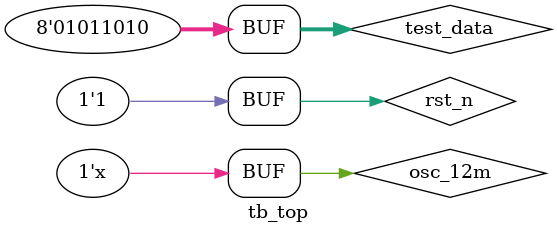
<source format=sv>
`timescale 1ns / 1ps


module tb_top();

logic osc_12m;
logic rx;
logic tx;

logic [7:0] test_data;
logic [3:0] bit_pos;
logic rst_n;

top_NoIla dut(
     .rst_n     (rst_n)
    ,.osc_12m   (osc_12m)
    ,.tx        (tx)
    ,.rx        (rx)
);

initial begin 
    osc_12m = 0;
    rx = 1;
    test_data = 8'h5a;
    rst_n = 1;
    
    #300
    rst_n = 0;
    #50
    rst_n = 1;
end

always begin
    #41.66
    osc_12m <= ~osc_12m;
end


always @ (posedge dut.clk_tx or negedge rst_n) begin
    if (~rst_n) begin
        bit_pos <= 0;
    end
    else begin
        bit_pos <= bit_pos + 1;
    
        if (bit_pos == 0)
            rx <= 0;
        else if (bit_pos < 9)
            rx <= test_data[bit_pos - 1];
        else
            rx <= 1;
    end
end






endmodule

</source>
